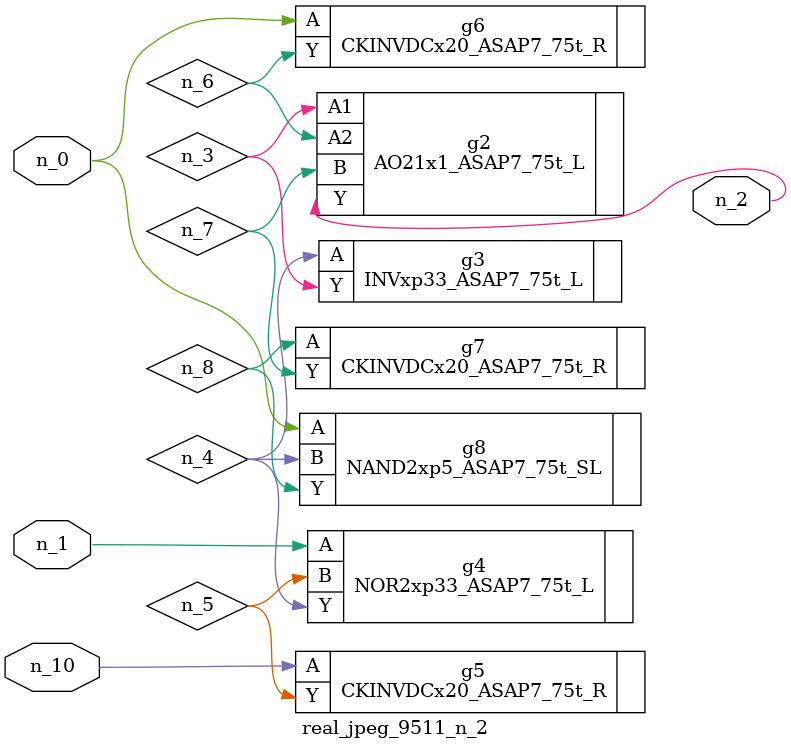
<source format=v>
module real_jpeg_9511_n_2 (n_1, n_10, n_0, n_2);

input n_1;
input n_10;
input n_0;

output n_2;

wire n_5;
wire n_4;
wire n_8;
wire n_6;
wire n_7;
wire n_3;

CKINVDCx20_ASAP7_75t_R g6 ( 
.A(n_0),
.Y(n_6)
);

NAND2xp5_ASAP7_75t_SL g8 ( 
.A(n_0),
.B(n_4),
.Y(n_8)
);

NOR2xp33_ASAP7_75t_L g4 ( 
.A(n_1),
.B(n_5),
.Y(n_4)
);

AO21x1_ASAP7_75t_L g2 ( 
.A1(n_3),
.A2(n_6),
.B(n_7),
.Y(n_2)
);

INVxp33_ASAP7_75t_L g3 ( 
.A(n_4),
.Y(n_3)
);

CKINVDCx20_ASAP7_75t_R g7 ( 
.A(n_8),
.Y(n_7)
);

CKINVDCx20_ASAP7_75t_R g5 ( 
.A(n_10),
.Y(n_5)
);


endmodule
</source>
